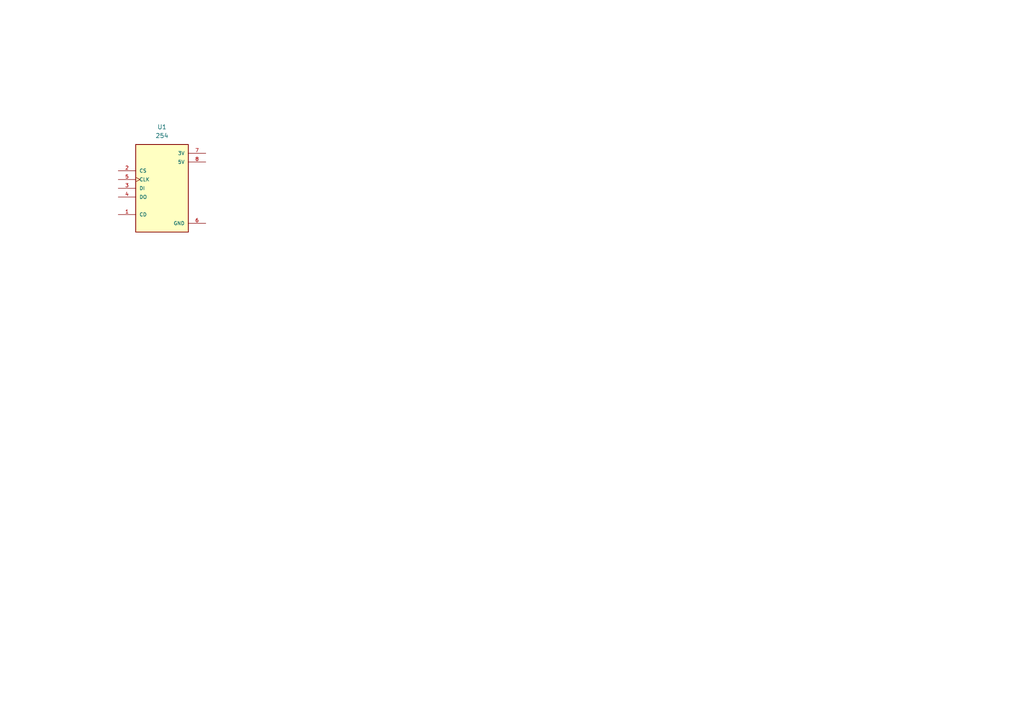
<source format=kicad_sch>
(kicad_sch (version 20231120) (generator "eeschema") (generator_version "8.0")
  (paper "A4")
  (lib_symbols
    (symbol "254:254" (pin_names (offset 1.016))
      (property "Reference" "U" (at -7.62 13.462 0))
      (property "Value" "254" (at -7.62 -15.24 0))
      (symbol "254_0_0"
        (rectangle (start -7.62 -12.7) (end 7.62 12.7) (stroke (width 0.254)) (fill (type background)))
        (pin bidirectional line (at -12.7 -7.62 0) (length 5.08) (name "CD") (number "1"))
        (pin input line (at -12.7 5.08 0) (length 5.08) (name "CS") (number "2"))
        (pin input line (at -12.7 0 0) (length 5.08) (name "DI") (number "3"))
        (pin output line (at -12.7 -2.54 0) (length 5.08) (name "DO") (number "4"))
        (pin input clock (at -12.7 2.54 0) (length 5.08) (name "CLK") (number "5"))
        (pin power_in line (at 12.7 -10.16 180) (length 5.08) (name "GND") (number "6"))
        (pin power_in line (at 12.7 10.16 180) (length 5.08) (name "3V") (number "7"))
        (pin power_in line (at 12.7 7.62 180) (length 5.08) (name "5V") (number "8"))
      )
    )
  )
  (symbol (lib_id "254:254") (at 46.99 54.61 0) (unit 1)
    (property "Reference" "U1" (at 46.99 36.83 0))
    (property "Value" "254" (at 46.99 39.37 0))
    (property "Footprint" "MicroSD Reader:MODULE_254" (effects (hide yes)))
    (property "MF" "Adafruit" (effects (hide yes)))
    (property "MAXIMUM_PACKAGE_HEIGHT" "3.75 mm" (effects (hide yes)))
    (property "Package" "NON STANDARD Adafruit" (effects (hide yes)))
    (property "Price" "None" (effects (hide yes)))
    (property "Check_prices" "https://www.snapeda.com/parts/254/Adafruit+Industries/view-part/?ref=eda" (effects (hide yes)))
    (property "STANDARD" "Manufacturer Recommendations" (effects (hide yes)))
    (property "PARTREV" "Jul 31, 2013" (effects (hide yes)))
    (property "SnapEDA_Link" "https://www.snapeda.com/parts/254/Adafruit+Industries/view-part/?ref=snap" (effects (hide yes)))
    (property "MP" "254" (effects (hide yes)))
    (property "Description_1" "\nMicroSD card breakout board+ | Adafruit Industries 254\n" (effects (hide yes)))
    (property "Availability" "Not in stock" (effects (hide yes)))
    (property "MANUFACTURER" "Adafruit Industries" (effects (hide yes)))
  )
)
</source>
